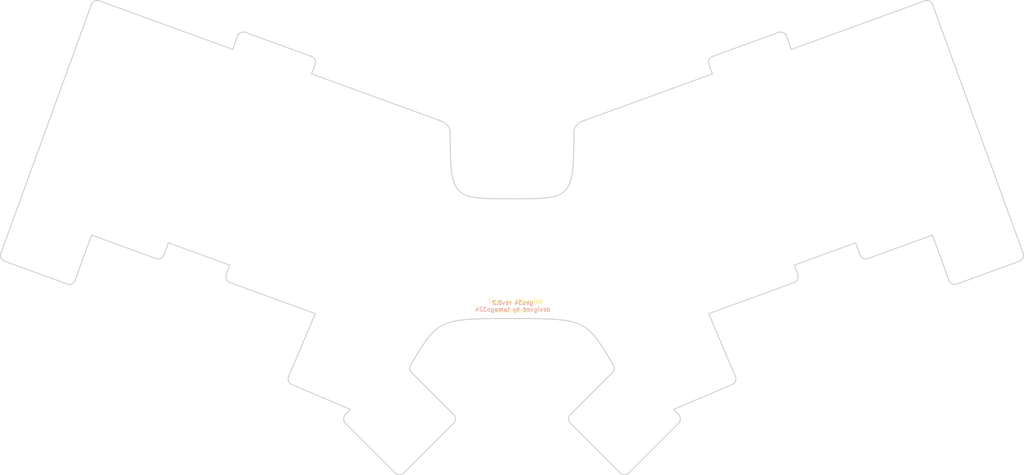
<source format=kicad_pcb>
(kicad_pcb (version 20211014) (generator pcbnew)
  (layers (0 "F.Cu" signal) (31 "B.Cu" signal) (34 "B.Paste" user) (35 "F.Paste" user) (36 "B.SilkS" user "B.Silkscreen") (37 "F.SilkS" user "F.Silkscreen") (38 "B.Mask" user) (39 "F.Mask" user) (44 "Edge.Cuts" user))
  (net 0 "")
  (footprint "gku34:SW_Choc" (layer "F.Cu") (at 199.476843 36.727593 20)
    (fp_text reference "SW8" hide)
    (fp_text value "SW_PUSH" hide)
    (pad "" np_thru_hole circle (at 0 5.9 290) (size 2.4 2.4) (drill 2.4) (layers F&B.Cu *.Mask))
    (pad "" np_thru_hole circle (at 5.5 0 200) (size 1.7 1.7) (drill 1.7) (layers F&B.Cu *.Mask))
    (pad "" np_thru_hole oval (at 0 -4.318 200) (size 5.7 2.4) (drill oval 5.7 2.4) (layers F&B.Cu *.Mask))
    (pad "" np_thru_hole circle (at -5.5 0 200) (size 1.7 1.7) (drill 1.7) (layers F&B.Cu *.Mask))
    (pad "" np_thru_hole circle (at 0 0 200) (size 3.4 3.4) (drill 3.4) (layers F&B.Cu *.Mask))
    (pad "" np_thru_hole circle (at -5 3.8 200) (size 2.4 2.4) (drill 2.4) (layers F&B.Cu *.Mask))
  )
  (footprint "gku34:SW_Choc" (layer "F.Cu") (at 67.26 68.69 -20)
    (fp_text reference "SW23" hide)
    (fp_text value "SW_PUSH" hide)
    (pad "" np_thru_hole circle (at 5.5 0 160) (size 1.7 1.7) (drill 1.7) (layers F&B.Cu *.Mask))
    (pad "" np_thru_hole oval (at 0 -4.318 160) (size 5.7 2.4) (drill oval 5.7 2.4) (layers F&B.Cu *.Mask))
    (pad "" np_thru_hole circle (at -5 3.8 160) (size 2.4 2.4) (drill 2.4) (layers F&B.Cu *.Mask))
    (pad "" np_thru_hole circle (at 0 0 160) (size 3.4 3.4) (drill 3.4) (layers F&B.Cu *.Mask))
    (pad "" np_thru_hole circle (at 0 5.9 250) (size 2.4 2.4) (drill 2.4) (layers F&B.Cu *.Mask))
    (pad "" np_thru_hole circle (at -5.5 0 160) (size 1.7 1.7) (drill 1.7) (layers F&B.Cu *.Mask))
  )
  (footprint "gku34:RP2040-Zero" (layer "F.Cu") (at 129.345 89.105)
    (fp_text reference "RZ1" hide)
    (fp_text value "RP2040-Zero" hide)
    (pad "" np_thru_hole circle (at 17.78 -5.08) (size 1.2192 1.2192) (drill 1.2192) (layers F&B.Cu *.Mask))
    (pad "" np_thru_hole circle (at 17.78 -7.62) (size 1.2192 1.2192) (drill 1.2192) (layers F&B.Cu *.Mask))
    (pad "" np_thru_hole circle (at 2.54 -22.86) (size 1.2192 1.2192) (drill 1.2192) (layers F&B.Cu *.Mask))
    (pad "" np_thru_hole circle (at 15.24 -2.3368) (size 1.2192 1.2192) (drill 1.2192) (layers F&B.Cu *.Mask))
    (pad "" np_thru_hole circle (at 5.08 -2.3368) (size 1.2192 1.2192) (drill 1.2192) (layers F&B.Cu *.Mask))
    (pad "" np_thru_hole circle (at 17.78 -12.7) (size 1.2192 1.2192) (drill 1.2192) (layers F&B.Cu *.Mask))
    (pad "" np_thru_hole circle (at 17.78 -2.54) (size 1.2192 1.2192) (drill 1.2192) (layers F&B.Cu *.Mask))
    (pad "" np_thru_hole circle (at 2.54 -20.32) (size 1.2192 1.2192) (drill 1.2192) (layers F&B.Cu *.Mask))
    (pad "" np_thru_hole circle (at 10.16 -2.3368) (size 1.2192 1.2192) (drill 1.2192) (layers F&B.Cu *.Mask))
    (pad "" np_thru_hole circle (at 17.78 -20.32) (size 1.2192 1.2192) (drill 1.2192) (layers F&B.Cu *.Mask))
    (pad "" np_thru_hole circle (at 2.54 -5.08) (size 1.2192 1.2192) (drill 1.2192) (layers F&B.Cu *.Mask))
    (pad "" np_thru_hole circle (at 2.54 -17.78) (size 1.2192 1.2192) (drill 1.2192) (layers F&B.Cu *.Mask))
    (pad "" np_thru_hole circle (at 2.54 -12.7) (size 1.2192 1.2192) (drill 1.2192) (layers F&B.Cu *.Mask))
    (pad "" np_thru_hole circle (at 17.78 -15.24) (size 1.2192 1.2192) (drill 1.2192) (layers F&B.Cu *.Mask))
    (pad "" np_thru_hole circle (at 2.54 -2.54) (size 1.223426 1.223426) (drill 1.223426) (layers F&B.Cu *.Mask))
    (pad "" np_thru_hole circle (at 17.78 -10.16) (size 1.2192 1.2192) (drill 1.2192) (layers F&B.Cu *.Mask))
    (pad "" np_thru_hole circle (at 7.62 -2.3368) (size 1.2192 1.2192) (drill 1.2192) (layers F&B.Cu *.Mask))
    (pad "" np_thru_hole circle (at 2.54 -15.24) (size 1.2192 1.2192) (drill 1.2192) (layers F&B.Cu *.Mask))
    (pad "" np_thru_hole circle (at 2.54 -10.16) (size 1.2192 1.2192) (drill 1.2192) (layers F&B.Cu *.Mask))
    (pad "" np_thru_hole circle (at 17.78 -17.78) (size 1.2192 1.2192) (drill 1.2192) (layers F&B.Cu *.Mask))
    (pad "" np_thru_hole circle (at 2.54 -7.62) (size 1.223426 1.223426) (drill 1.223426) (layers F&B.Cu *.Mask))
    (pad "" np_thru_hole circle (at 12.7 -2.3368) (size 1.2192 1.2192) (drill 1.2192) (layers F&B.Cu *.Mask))
    (pad "" np_thru_hole circle (at 17.78 -22.86) (size 1.2192 1.2192) (drill 1.2192) (layers F&B.Cu *.Mask))
  )
  (footprint "gku34:SW_Choc" (layer "F.Cu") (at 73.42 52.69 -20)
    (fp_text reference "SW13" hide)
    (fp_text value "SW_PUSH" hide)
    (pad "" np_thru_hole circle (at -5 3.8 160) (size 2.4 2.4) (drill 2.4) (layers F&B.Cu *.Mask))
    (pad "" np_thru_hole circle (at -5.5 0 160) (size 1.7 1.7) (drill 1.7) (layers F&B.Cu *.Mask))
    (pad "" np_thru_hole circle (at 5.5 0 160) (size 1.7 1.7) (drill 1.7) (layers F&B.Cu *.Mask))
    (pad "" np_thru_hole circle (at 0 5.9 250) (size 2.4 2.4) (drill 2.4) (layers F&B.Cu *.Mask))
    (pad "" np_thru_hole circle (at 0 0 160) (size 3.4 3.4) (drill 3.4) (layers F&B.Cu *.Mask))
    (pad "" np_thru_hole oval (at 0 -4.318 160) (size 5.7 2.4) (drill oval 5.7 2.4) (layers F&B.Cu *.Mask))
  )
  (footprint "gku34:SW_Choc" (layer "F.Cu") (at 111.56 53.15 -20)
    (fp_text reference "SW5" hide)
    (fp_text value "SW_PUSH" hide)
    (pad "" np_thru_hole circle (at 0 0 160) (size 3.4 3.4) (drill 3.4) (layers F&B.Cu *.Mask))
    (pad "" np_thru_hole circle (at 0 5.9 250) (size 2.4 2.4) (drill 2.4) (layers F&B.Cu *.Mask))
    (pad "" np_thru_hole circle (at -5 3.8 160) (size 2.4 2.4) (drill 2.4) (layers F&B.Cu *.Mask))
    (pad "" np_thru_hole circle (at 5.5 0 160) (size 1.7 1.7) (drill 1.7) (layers F&B.Cu *.Mask))
    (pad "" np_thru_hole oval (at 0 -4.318 160) (size 5.7 2.4) (drill oval 5.7 2.4) (layers F&B.Cu *.Mask))
    (pad "" np_thru_hole circle (at -5.5 0 160) (size 1.7 1.7) (drill 1.7) (layers F&B.Cu *.Mask))
  )
  (footprint "gku34:SW_Choc" (layer "F.Cu") (at 217.94 34.9 20)
    (fp_text reference "SW9" hide)
    (fp_text value "SW_PUSH" hide)
    (pad "" np_thru_hole circle (at 5.5 0 200) (size 1.7 1.7) (drill 1.7) (layers F&B.Cu *.Mask))
    (pad "" np_thru_hole circle (at 0 5.9 290) (size 2.4 2.4) (drill 2.4) (layers F&B.Cu *.Mask))
    (pad "" np_thru_hole oval (at 0 -4.318 200) (size 5.7 2.4) (drill oval 5.7 2.4) (layers F&B.Cu *.Mask))
    (pad "" np_thru_hole circle (at 0 0 200) (size 3.4 3.4) (drill 3.4) (layers F&B.Cu *.Mask))
    (pad "" np_thru_hole circle (at -5 3.8 200) (size 2.4 2.4) (drill 2.4) (layers F&B.Cu *.Mask))
    (pad "" np_thru_hole circle (at -5.5 0 200) (size 1.7 1.7) (drill 1.7) (layers F&B.Cu *.Mask))
  )
  (footprint "gku34:SW_Choc" (layer "F.Cu") (at 48.81 66.86 -20)
    (fp_text reference "SW22" hide)
    (fp_text value "SW_PUSH" hide)
    (pad "" np_thru_hole circle (at -5.5 0 160) (size 1.7 1.7) (drill 1.7) (layers F&B.Cu *.Mask))
    (pad "" np_thru_hole circle (at 0 5.9 250) (size 2.4 2.4) (drill 2.4) (layers F&B.Cu *.Mask))
    (pad "" np_thru_hole oval (at 0 -4.318 160) (size 5.7 2.4) (drill oval 5.7 2.4) (layers F&B.Cu *.Mask))
    (pad "" np_thru_hole circle (at -5 3.8 160) (size 2.4 2.4) (drill 2.4) (layers F&B.Cu *.Mask))
    (pad "" np_thru_hole circle (at 0 0 160) (size 3.4 3.4) (drill 3.4) (layers F&B.Cu *.Mask))
    (pad "" np_thru_hole circle (at 5.5 0 160) (size 1.7 1.7) (drill 1.7) (layers F&B.Cu *.Mask))
  )
  (footprint "gku34:SW_Choc" (layer "F.Cu") (at 105.42 69.14 -20)
    (fp_text reference "SW15" hide)
    (fp_text value "SW_PUSH" hide)
    (pad "" np_thru_hole circle (at 5.5 0 160) (size 1.7 1.7) (drill 1.7) (layers F&B.Cu *.Mask))
    (pad "" np_thru_hole circle (at -5.5 0 160) (size 1.7 1.7) (drill 1.7) (layers F&B.Cu *.Mask))
    (pad "" np_thru_hole circle (at -5 3.8 160) (size 2.4 2.4) (drill 2.4) (layers F&B.Cu *.Mask))
    (pad "" np_thru_hole circle (at 0 5.9 250) (size 2.4 2.4) (drill 2.4) (layers F&B.Cu *.Mask))
    (pad "" np_thru_hole oval (at 0 -4.318 160) (size 5.7 2.4) (drill oval 5.7 2.4) (layers F&B.Cu *.Mask))
    (pad "" np_thru_hole circle (at 0 0 160) (size 3.4 3.4) (drill 3.4) (layers F&B.Cu *.Mask))
  )
  (footprint "gku34:SW_Choc" (layer "F.Cu") (at 234.85 29.08 20)
    (fp_text reference "SWe" hide)
    (fp_text value "SW_PUSH" hide)
    (pad "" np_thru_hole circle (at -5.5 0 200) (size 1.7 1.7) (drill 1.7) (layers F&B.Cu *.Mask))
    (pad "" np_thru_hole oval (at 0 -4.318 200) (size 5.7 2.4) (drill oval 5.7 2.4) (layers F&B.Cu *.Mask))
    (pad "" np_thru_hole circle (at 5.5 0 200) (size 1.7 1.7) (drill 1.7) (layers F&B.Cu *.Mask))
    (pad "" np_thru_hole circle (at 0 5.9 290) (size 2.4 2.4) (drill 2.4) (layers F&B.Cu *.Mask))
    (pad "" np_thru_hole circle (at 0 0 200) (size 3.4 3.4) (drill 3.4) (layers F&B.Cu *.Mask))
    (pad "" np_thru_hole circle (at -5 3.8 200) (size 2.4 2.4) (drill 2.4) (layers F&B.Cu *.Mask))
  )
  (footprint "gku34:SW_Choc" (layer "F.Cu") (at 61.113157 34.897593 -20)
    (fp_text reference "SW2" hide)
    (fp_text value "SW_PUSH" hide)
    (pad "" np_thru_hole oval (at 0 -4.318 160) (size 5.7 2.4) (drill oval 5.7 2.4) (layers F&B.Cu *.Mask))
    (pad "" np_thru_hole circle (at -5.5 0 160) (size 1.7 1.7) (drill 1.7) (layers F&B.Cu *.Mask))
    (pad "" np_thru_hole circle (at 5.5 0 160) (size 1.7 1.7) (drill 1.7) (layers F&B.Cu *.Mask))
    (pad "" np_thru_hole circle (at 0 0 160) (size 3.4 3.4) (drill 3.4) (layers F&B.Cu *.Mask))
    (pad "" np_thru_hole circle (at -5 3.8 160) (size 2.4 2.4) (drill 2.4) (layers F&B.Cu *.Mask))
    (pad "" np_thru_hole circle (at 0 5.9 250) (size 2.4 2.4) (drill 2.4) (layers F&B.Cu *.Mask))
  )
  (footprint "gku34:SW_Choc" (layer "F.Cu") (at 166.75 117.97 45)
    (fp_text reference "SW33" hide)
    (fp_text value "SW_PUSH" hide)
    (pad "" np_thru_hole circle (at 0 0 225) (size 3.4 3.4) (drill 3.4) (layers F&B.Cu *.Mask))
    (pad "" np_thru_hole circle (at 5.5 0 225) (size 1.7 1.7) (drill 1.7) (layers F&B.Cu *.Mask))
    (pad "" np_thru_hole circle (at -5.5 0 225) (size 1.7 1.7) (drill 1.7) (layers F&B.Cu *.Mask))
    (pad "" np_thru_hole circle (at 0 5.9 315) (size 2.4 2.4) (drill 2.4) (layers F&B.Cu *.Mask))
    (pad "" np_thru_hole circle (at -5 3.8 225) (size 2.4 2.4) (drill 2.4) (layers F&B.Cu *.Mask))
    (pad "" np_thru_hole oval (at 0 -4.318 225) (size 5.7 2.4) (drill oval 5.7 2.4) (layers F&B.Cu *.Mask))
  )
  (footprint "gku34:SW_Choc" (layer "F.Cu") (at 196.41 78.48 20)
    (fp_text reference "SW27" hide)
    (fp_text value "SW_PUSH" hide)
    (pad "" np_thru_hole circle (at 5.5 0 200) (size 1.7 1.7) (drill 1.7) (layers F&B.Cu *.Mask))
    (pad "" np_thru_hole circle (at 0 5.9 290) (size 2.4 2.4) (drill 2.4) (layers F&B.Cu *.Mask))
    (pad "" np_thru_hole circle (at -5.5 0 200) (size 1.7 1.7) (drill 1.7) (layers F&B.Cu *.Mask))
    (pad "" np_thru_hole oval (at 0 -4.318 200) (size 5.7 2.4) (drill oval 5.7 2.4) (layers F&B.Cu *.Mask))
    (pad "" np_thru_hole circle (at 0 0 200) (size 3.4 3.4) (drill 3.4) (layers F&B.Cu *.Mask))
    (pad "" np_thru_hole circle (at -5 3.8 200) (size 2.4 2.4) (drill 2.4) (layers F&B.Cu *.Mask))
  )
  (footprint "gku34:SW_Choc" (layer "F.Cu") (at 251.786843 73.027593 20)
    (fp_text reference "SW30" hide)
    (fp_text value "SW_PUSH" hide)
    (pad "" np_thru_hole oval (at 0 -4.318 200) (size 5.7 2.4) (drill oval 5.7 2.4) (layers F&B.Cu *.Mask))
    (pad "" np_thru_hole circle (at -5 3.8 200) (size 2.4 2.4) (drill 2.4) (layers F&B.Cu *.Mask))
    (pad "" np_thru_hole circle (at 0 5.9 290) (size 2.4 2.4) (drill 2.4) (layers F&B.Cu *.Mask))
    (pad "" np_thru_hole circle (at 5.5 0 200) (size 1.7 1.7) (drill 1.7) (layers F&B.Cu *.Mask))
    (pad "" np_thru_hole circle (at 0 0 200) (size 3.4 3.4) (drill 3.4) (layers F&B.Cu *.Mask))
    (pad "" np_thru_hole circle (at -5.5 0 200) (size 1.7 1.7) (drill 1.7) (layers F&B.Cu *.Mask))
  )
  (footprint "gku34:SW_Choc" (layer "F.Cu") (at 230.25 66.86 20)
    (fp_text reference "SW29" hide)
    (fp_text value "SW_PUSH" hide)
    (pad "" np_thru_hole oval (at 0 -4.318 200) (size 5.7 2.4) (drill oval 5.7 2.4) (layers F&B.Cu *.Mask))
    (pad "" np_thru_hole circle (at 0 0 200) (size 3.4 3.4) (drill 3.4) (layers F&B.Cu *.Mask))
    (pad "" np_thru_hole circle (at -5 3.8 200) (size 2.4 2.4) (drill 2.4) (layers F&B.Cu *.Mask))
    (pad "" np_thru_hole circle (at 5.5 0 200) (size 1.7 1.7) (drill 1.7) (layers F&B.Cu *.Mask))
    (pad "" np_thru_hole circle (at -5.5 0 200) (size 1.7 1.7) (drill 1.7) (layers F&B.Cu *.Mask))
    (pad "" np_thru_hole circle (at 0 5.9 290) (size 2.4 2.4) (drill 2.4) (layers F&B.Cu *.Mask))
  )
  (footprint "gku34:SW_Choc" (layer "F.Cu") (at 82.63 78.5 -20)
    (fp_text reference "SW24" hide)
    (fp_text value "SW_PUSH" hide)
    (pad "" np_thru_hole circle (at 0 0 160) (size 3.4 3.4) (drill 3.4) (layers F&B.Cu *.Mask))
    (pad "" np_thru_hole circle (at -5 3.8 160) (size 2.4 2.4) (drill 2.4) (layers F&B.Cu *.Mask))
    (pad "" np_thru_hole circle (at 5.5 0 160) (size 1.7 1.7) (drill 1.7) (layers F&B.Cu *.Mask))
    (pad "" np_thru_hole circle (at -5.5 0 160) (size 1.7 1.7) (drill 1.7) (layers F&B.Cu *.Mask))
    (pad "" np_thru_hole oval (at 0 -4.318 160) (size 5.7 2.4) (drill oval 5.7 2.4) (layers F&B.Cu *.Mask))
    (pad "" np_thru_hole circle (at 0 5.9 250) (size 2.4 2.4) (drill 2.4) (layers F&B.Cu *.Mask))
  )
  (footprint "gku34:SW_Choc" (layer "F.Cu") (at 205.641691 52.701111 20)
    (fp_text reference "SW18" hide)
    (fp_text value "SW_PUSH" hide)
    (pad "" np_thru_hole circle (at -5 3.8 200) (size 2.4 2.4) (drill 2.4) (layers F&B.Cu *.Mask))
    (pad "" np_thru_hole circle (at 0 0 200) (size 3.4 3.4) (drill 3.4) (layers F&B.Cu *.Mask))
    (pad "" np_thru_hole circle (at 0 5.9 290) (size 2.4 2.4) (drill 2.4) (layers F&B.Cu *.Mask))
    (pad "" np_thru_hole circle (at -5.5 0 200) (size 1.7 1.7) (drill 1.7) (layers F&B.Cu *.Mask))
    (pad "" np_thru_hole circle (at 5.5 0 200) (size 1.7 1.7) (drill 1.7) (layers F&B.Cu *.Mask))
    (pad "" np_thru_hole oval (at 0 -4.318 200) (size 5.7 2.4) (drill oval 5.7 2.4) (layers F&B.Cu *.Mask))
  )
  (footprint "gku34:SW_Choc" (layer "F.Cu") (at 54.98 50.87 -20)
    (fp_text reference "SW12" hide)
    (fp_text value "SW_PUSH" hide)
    (pad "" np_thru_hole circle (at 0 5.9 250) (size 2.4 2.4) (drill 2.4) (layers F&B.Cu *.Mask))
    (pad "" np_thru_hole circle (at 5.5 0 160) (size 1.7 1.7) (drill 1.7) (layers F&B.Cu *.Mask))
    (pad "" np_thru_hole oval (at 0 -4.318 160) (size 5.7 2.4) (drill oval 5.7 2.4) (layers F&B.Cu *.Mask))
    (pad "" np_thru_hole circle (at -5 3.8 160) (size 2.4 2.4) (drill 2.4) (layers F&B.Cu *.Mask))
    (pad "" np_thru_hole circle (at -5.5 0 160) (size 1.7 1.7) (drill 1.7) (layers F&B.Cu *.Mask))
    (pad "" np_thru_hole circle (at 0 0 160) (size 3.4 3.4) (drill 3.4) (layers F&B.Cu *.Mask))
  )
  (footprint "gku34:SW_Choc" (layer "F.Cu") (at 184.116843 46.537593 20)
    (fp_text reference "SW7" hide)
    (fp_text value "SW_PUSH" hide)
    (pad "" np_thru_hole circle (at 0 0 200) (size 3.4 3.4) (drill 3.4) (layers F&B.Cu *.Mask))
    (pad "" np_thru_hole circle (at 5.5 0 200) (size 1.7 1.7) (drill 1.7) (layers F&B.Cu *.Mask))
    (pad "" np_thru_hole circle (at -5 3.8 200) (size 2.4 2.4) (drill 2.4) (layers F&B.Cu *.Mask))
    (pad "" np_thru_hole circle (at 0 5.9 290) (size 2.4 2.4) (drill 2.4) (layers F&B.Cu *.Mask))
    (pad "" np_thru_hole oval (at 0 -4.318 200) (size 5.7 2.4) (drill oval 5.7 2.4) (layers F&B.Cu *.Mask))
    (pad "" np_thru_hole circle (at -5.5 0 200) (size 1.7 1.7) (drill 1.7) (layers F&B.Cu *.Mask))
  )
  (footprint "gku34:SW_Choc" (layer "F.Cu") (at 27.28 73.03 -20)
    (fp_text reference "SW21" hide)
    (fp_text value "SW_PUSH" hide)
    (pad "" np_thru_hole circle (at 0 5.9 250) (size 2.4 2.4) (drill 2.4) (layers F&B.Cu *.Mask))
    (pad "" np_thru_hole circle (at -5 3.8 160) (size 2.4 2.4) (drill 2.4) (layers F&B.Cu *.Mask))
    (pad "" np_thru_hole circle (at 0 0 160) (size 3.4 3.4) (drill 3.4) (layers F&B.Cu *.Mask))
    (pad "" np_thru_hole circle (at 5.5 0 160) (size 1.7 1.7) (drill 1.7) (layers F&B.Cu *.Mask))
    (pad "" np_thru_hole circle (at -5.5 0 160) (size 1.7 1.7) (drill 1.7) (layers F&B.Cu *.Mask))
    (pad "" np_thru_hole oval (at 0 -4.318 160) (size 5.7 2.4) (drill oval 5.7 2.4) (layers F&B.Cu *.Mask))
  )
  (footprint "gku34:SW_Choc" (layer "F.Cu") (at 211.81 68.67 20)
    (fp_text reference "SW28" hide)
    (fp_text value "SW_PUSH" hide)
    (pad "" np_thru_hole circle (at 5.5 0 200) (size 1.7 1.7) (drill 1.7) (layers F&B.Cu *.Mask))
    (pad "" np_thru_hole circle (at -5 3.8 200) (size 2.4 2.4) (drill 2.4) (layers F&B.Cu *.Mask))
    (pad "" np_thru_hole circle (at -5.5 0 200) (size 1.7 1.7) (drill 1.7) (layers F&B.Cu *.Mask))
    (pad "" np_thru_hole oval (at 0 -4.318 200) (size 5.7 2.4) (drill oval 5.7 2.4) (layers F&B.Cu *.Mask))
    (pad "" np_thru_hole circle (at 0 5.9 290) (size 2.4 2.4) (drill 2.4) (layers F&B.Cu *.Mask))
    (pad "" np_thru_hole circle (at 0 0 200) (size 3.4 3.4) (drill 3.4) (layers F&B.Cu *.Mask))
  )
  (footprint "gku34:SW_Choc" (layer "F.Cu") (at 99.243157 85.097593 -20)
    (fp_text reference "SW25" hide)
    (fp_text value "SW_PUSH" hide)
    (pad "" np_thru_hole circle (at -5 3.8 160) (size 2.4 2.4) (drill 2.4) (layers F&B.Cu *.Mask))
    (pad "" np_thru_hole circle (at -5.5 0 160) (size 1.7 1.7) (drill 1.7) (layers F&B.Cu *.Mask))
    (pad "" np_thru_hole circle (at 0 5.9 250) (size 2.4 2.4) (drill 2.4) (layers F&B.Cu *.Mask))
    (pad "" np_thru_hole oval (at 0 -4.318 160) (size 5.7 2.4) (drill oval 5.7 2.4) (layers F&B.Cu *.Mask))
    (pad "" np_thru_hole circle (at 5.5 0 160) (size 1.7 1.7) (drill 1.7) (layers F&B.Cu *.Mask))
    (pad "" np_thru_hole circle (at 0 0 160) (size 3.4 3.4) (drill 3.4) (layers F&B.Cu *.Mask))
  )
  (footprint "gku34:SW_Choc" (layer "F.Cu") (at 173.656843 69.127593 20)
    (fp_text reference "SW16" hide)
    (fp_text value "SW_PUSH" hide)
    (pad "" np_thru_hole circle (at 0 0 200) (size 3.4 3.4) (drill 3.4) (layers F&B.Cu *.Mask))
    (pad "" np_thru_hole oval (at 0 -4.318 200) (size 5.7 2.4) (drill oval 5.7 2.4) (layers F&B.Cu *.Mask))
    (pad "" np_thru_hole circle (at -5 3.8 200) (size 2.4 2.4) (drill 2.4) (layers F&B.Cu *.Mask))
    (pad "" np_thru_hole circle (at -5.5 0 200) (size 1.7 1.7) (drill 1.7) (layers F&B.Cu *.Mask))
    (pad "" np_thru_hole circle (at 5.5 0 200) (size 1.7 1.7) (drill 1.7) (layers F&B.Cu *.Mask))
    (pad "" np_thru_hole circle (at 0 5.9 290) (size 2.4 2.4) (drill 2.4) (layers F&B.Cu *.Mask))
  )
  (footprint "gku34:SW_Choc" (layer "F.Cu") (at 112.31 117.97 -45)
    (fp_text reference "SW32" hide)
    (fp_text value "SW_PUSH" hide)
    (pad "" np_thru_hole oval (at 0 -4.318 135) (size 5.7 2.4) (drill oval 5.7 2.4) (layers F&B.Cu *.Mask))
    (pad "" np_thru_hole circle (at -5 3.8 135) (size 2.4 2.4) (drill 2.4) (layers F&B.Cu *.Mask))
    (pad "" np_thru_hole circle (at 5.5 0 135) (size 1.7 1.7) (drill 1.7) (layers F&B.Cu *.Mask))
    (pad "" np_thru_hole circle (at 0 0 135) (size 3.4 3.4) (drill 3.4) (layers F&B.Cu *.Mask))
    (pad "" np_thru_hole circle (at -5.5 0 135) (size 1.7 1.7) (drill 1.7) (layers F&B.Cu *.Mask))
    (pad "" np_thru_hole circle (at 0 5.9 225) (size 2.4 2.4) (drill 2.4) (layers F&B.Cu *.Mask))
  )
  (footprint "gku34:SW_Choc" (layer "F.Cu") (at 97.98474 103.777177 -23)
    (fp_text reference "SW31" hide)
    (fp_text value "SW_PUSH" hide)
    (pad "" np_thru_hole circle (at 0 5.9 247) (size 2.4 2.4) (drill 2.4) (layers F&B.Cu *.Mask))
    (pad "" np_thru_hole circle (at -5 3.8 157) (size 2.4 2.4) (drill 2.4) (layers F&B.Cu *.Mask))
    (pad "" np_thru_hole circle (at 5.5 0 157) (size 1.7 1.7) (drill 1.7) (layers F&B.Cu *.Mask))
    (pad "" np_thru_hole circle (at 0 0 157) (size 3.4 3.4) (drill 3.4) (layers F&B.Cu *.Mask))
    (pad "" np_thru_hole oval (at 0 -4.318 157) (size 5.7 2.4) (drill oval 5.7 2.4) (layers F&B.Cu *.Mask))
    (pad "" np_thru_hole circle (at -5.5 0 157) (size 1.7 1.7) (drill 1.7) (layers F&B.Cu *.Mask))
  )
  (footprint "gku34:SW_Choc" (layer "F.Cu") (at 167.496843 53.157593 20)
    (fp_text reference "SW6" hide)
    (fp_text value "SW_PUSH" hide)
    (pad "" np_thru_hole circle (at -5.5 0 200) (size 1.7 1.7) (drill 1.7) (layers F&B.Cu *.Mask))
    (pad "" np_thru_hole circle (at 0 0 200) (size 3.4 3.4) (drill 3.4) (layers F&B.Cu *.Mask))
    (pad "" np_thru_hole circle (at -5 3.8 200) (size 2.4 2.4) (drill 2.4) (layers F&B.Cu *.Mask))
    (pad "" np_thru_hole oval (at 0 -4.318 200) (size 5.7 2.4) (drill oval 5.7 2.4) (layers F&B.Cu *.Mask))
    (pad "" np_thru_hole circle (at 5.5 0 200) (size 1.7 1.7) (drill 1.7) (layers F&B.Cu *.Mask))
    (pad "" np_thru_hole circle (at 0 5.9 290) (size 2.4 2.4) (drill 2.4) (layers F&B.Cu *.Mask))
  )
  (footprint "gku34:SW_Choc" (layer "F.Cu") (at 88.79 62.52 -20)
    (fp_text reference "SW14" hide)
    (fp_text value "SW_PUSH" hide)
    (pad "" np_thru_hole circle (at 0 0 160) (size 3.4 3.4) (drill 3.4) (layers F&B.Cu *.Mask))
    (pad "" np_thru_hole circle (at -5.5 0 160) (size 1.7 1.7) (drill 1.7) (layers F&B.Cu *.Mask))
    (pad "" np_thru_hole oval (at 0 -4.318 160) (size 5.7 2.4) (drill oval 5.7 2.4) (layers F&B.Cu *.Mask))
    (pad "" np_thru_hole circle (at 5.5 0 160) (size 1.7 1.7) (drill 1.7) (layers F&B.Cu *.Mask))
    (pad "" np_thru_hole circle (at -5 3.8 160) (size 2.4 2.4) (drill 2.4) (layers F&B.Cu *.Mask))
    (pad "" np_thru_hole circle (at 0 5.9 250) (size 2.4 2.4) (drill 2.4) (layers F&B.Cu *.Mask))
  )
  (footprint "gku34:SW_Choc" (layer "F.Cu") (at 224.096843 50.887593 20)
    (fp_text reference "SW19" hide)
    (fp_text value "SW_PUSH" hide)
    (pad "" np_thru_hole circle (at 5.5 0 200) (size 1.7 1.7) (drill 1.7) (layers F&B.Cu *.Mask))
    (pad "" np_thru_hole circle (at -5 3.8 200) (size 2.4 2.4) (drill 2.4) (layers F&B.Cu *.Mask))
    (pad "" np_thru_hole circle (at 0 0 200) (size 3.4 3.4) (drill 3.4) (layers F&B.Cu *.Mask))
    (pad "" np_thru_hole circle (at 0 5.9 290) (size 2.4 2.4) (drill 2.4) (layers F&B.Cu *.Mask))
    (pad "" np_thru_hole circle (at -5.5 0 200) (size 1.7 1.7) (drill 1.7) (layers F&B.Cu *.Mask))
    (pad "" np_thru_hole oval (at 0 -4.318 200) (size 5.7 2.4) (drill oval 5.7 2.4) (layers F&B.Cu *.Mask))
  )
  (footprint "gku34:SW_Choc" (layer "F.Cu") (at 181.08 103.77 23)
    (fp_text reference "SW34" hide)
    (fp_text value "SW_PUSH" hide)
    (pad "" np_thru_hole circle (at -5.5 0 203) (size 1.7 1.7) (drill 1.7) (layers F&B.Cu *.Mask))
    (pad "" np_thru_hole circle (at 0 0 203) (size 3.4 3.4) (drill 3.4) (layers F&B.Cu *.Mask))
    (pad "" np_thru_hole circle (at 5.5 0 203) (size 1.7 1.7) (drill 1.7) (layers F&B.Cu *.Mask))
    (pad "" np_thru_hole oval (at 0 -4.318 203) (size 5.7 2.4) (drill oval 5.7 2.4) (layers F&B.Cu *.Mask))
    (pad "" np_thru_hole circle (at -5 3.8 203) (size 2.4 2.4) (drill 2.4) (layers F&B.Cu *.Mask))
    (pad "" np_thru_hole circle (at 0 5.9 293) (size 2.4 2.4) (drill 2.4) (layers F&B.Cu *.Mask))
  )
  (footprint "gku34:SW_Choc" (layer "F.Cu") (at 44.19 29.08 -20)
    (fp_text reference "SW1" hide)
    (fp_text value "SW_PUSH" hide)
    (pad "" np_thru_hole circle (at 5.5 0 160) (size 1.7 1.7) (drill 1.7) (layers F&B.Cu *.Mask))
    (pad "" np_thru_hole circle (at 0 5.9 250) (size 2.4 2.4) (drill 2.4) (layers F&B.Cu *.Mask))
    (pad "" np_thru_hole oval (at 0 -4.318 160) (size 5.7 2.4) (drill oval 5.7 2.4) (layers F&B.Cu *.Mask))
    (pad "" np_thru_hole circle (at -5 3.8 160) (size 2.4 2.4) (drill 2.4) (layers F&B.Cu *.Mask))
    (pad "" np_thru_hole circle (at -5.5 0 160) (size 1.7 1.7) (drill 1.7) (layers F&B.Cu *.Mask))
    (pad "" np_thru_hole circle (at 0 0 160) (size 3.4 3.4) (drill 3.4) (layers F&B.Cu *.Mask))
  )
  (footprint "gku34:SW_Choc" (layer "F.Cu") (at 190.27 62.51 20)
    (fp_text reference "SW17" hide)
    (fp_text value "SW_PUSH" hide)
    (pad "" np_thru_hole oval (at 0 -4.318 200) (size 5.7 2.4) (drill oval 5.7 2.4) (layers F&B.Cu *.Mask))
    (pad "" np_thru_hole circle (at 0 0 200) (size 3.4 3.4) (drill 3.4) (layers F&B.Cu *.Mask))
    (pad "" np_thru_hole circle (at -5 3.8 200) (size 2.4 2.4) (drill 2.4) (layers F&B.Cu *.Mask))
    (pad "" np_thru_hole circle (at 5.5 0 200) (size 1.7 1.7) (drill 1.7) (layers F&B.Cu *.Mask))
    (pad "" np_thru_hole circle (at 0 5.9 290) (size 2.4 2.4) (drill 2.4) (layers F&B.Cu *.Mask))
    (pad "" np_thru_hole circle (at -5.5 0 200) (size 1.7 1.7) (drill 1.7) (layers F&B.Cu *.Mask))
  )
  (footprint "gku34:SW_Choc" (layer "F.Cu") (at 79.59 36.74 -20)
    (fp_text reference "SW3" hide)
    (fp_text value "SW_PUSH" hide)
    (pad "" np_thru_hole oval (at 0 -4.318 160) (size 5.7 2.4) (drill oval 5.7 2.4) (layers F&B.Cu *.Mask))
    (pad "" np_thru_hole circle (at 0 0 160) (size 3.4 3.4) (drill 3.4) (layers F&B.Cu *.Mask))
    (pad "" np_thru_hole circle (at -5.5 0 160) (size 1.7 1.7) (drill 1.7) (layers F&B.Cu *.Mask))
    (pad "" np_thru_hole circle (at 5.5 0 160) (size 1.7 1.7) (drill 1.7) (layers F&B.Cu *.Mask))
    (pad "" np_thru_hole circle (at 0 5.9 250) (size 2.4 2.4) (drill 2.4) (layers F&B.Cu *.Mask))
    (pad "" np_thru_hole circle (at -5 3.8 160) (size 2.4 2.4) (drill 2.4) (layers F&B.Cu *.Mask))
  )
  (footprint "gku34:SW_Choc" (layer "F.Cu") (at 179.816843 85.097593 20)
    (fp_text reference "SW26" hide)
    (fp_text value "SW_PUSH" hide)
    (pad "" np_thru_hole circle (at 5.5 0 200) (size 1.7 1.7) (drill 1.7) (layers F&B.Cu *.Mask))
    (pad "" np_thru_hole circle (at 0 0 200) (size 3.4 3.4) (drill 3.4) (layers F&B.Cu *.Mask))
    (pad "" np_thru_hole circle (at 0 5.9 290) (size 2.4 2.4) (drill 2.4) (layers F&B.Cu *.Mask))
    (pad "" np_thru_hole circle (at -5 3.8 200) (size 2.4 2.4) (drill 2.4) (layers F&B.Cu *.Mask))
    (pad "" np_thru_hole circle (at -5.5 0 200) (size 1.7 1.7) (drill 1.7) (layers F&B.Cu *.Mask))
    (pad "" np_thru_hole oval (at 0 -4.318 200) (size 5.7 2.4) (drill oval 5.7 2.4) (layers F&B.Cu *.Mask))
  )
  (footprint "gku34:SW_Choc" (layer "F.Cu") (at 245.616843 57.037593 20)
    (fp_text reference "SW20" hide)
    (fp_text value "SW_PUSH" hide)
    (pad "" np_thru_hole oval (at 0 -4.318 200) (size 5.7 2.4) (drill oval 5.7 2.4) (layers F&B.Cu *.Mask))
    (pad "" np_thru_hole circle (at -5 3.8 200) (size 2.4 2.4) (drill 2.4) (layers F&B.Cu *.Mask))
    (pad "" np_thru_hole circle (at 0 0 200) (size 3.4 3.4) (drill 3.4) (layers F&B.Cu *.Mask))
    (pad "" np_thru_hole circle (at -5.5 0 200) (size 1.7 1.7) (drill 1.7) (layers F&B.Cu *.Mask))
    (pad "" np_thru_hole circle (at 5.5 0 200) (size 1.7 1.7) (drill 1.7) (layers F&B.Cu *.Mask))
    (pad "" np_thru_hole circle (at 0 5.9 290) (size 2.4 2.4) (drill 2.4) (layers F&B.Cu *.Mask))
  )
  (footprint "gku34:SW_Choc" (layer "F.Cu") (at 94.95 46.53 -20)
    (fp_text reference "SW4" hide)
    (fp_text value "SW_PUSH" hide)
    (pad "" np_thru_hole circle (at -5 3.8 160) (size 2.4 2.4) (drill 2.4) (layers F&B.Cu *.Mask))
    (pad "" np_thru_hole circle (at 0 5.9 250) (size 2.4 2.4) (drill 2.4) (layers F&B.Cu *.Mask))
    (pad "" np_thru_hole circle (at 0 0 160) (size 3.4 3.4) (drill 3.4) (layers F&B.Cu *.Mask))
    (pad "" np_thru_hole oval (at 0 -4.318 160) (size 5.7 2.4) (drill oval 5.7 2.4) (layers F&B.Cu *.Mask))
    (pad "" np_thru_hole circle (at -5.5 0 160) (size 1.7 1.7) (drill 1.7) (layers F&B.Cu *.Mask))
    (pad "" np_thru_hole circle (at 5.5 0 160) (size 1.7 1.7) (drill 1.7) (layers F&B.Cu *.Mask))
  )
  (footprint "gku34:SW_Choc" (layer "F.Cu") (at 33.433157 57.047593 -20)
    (fp_text reference "SW11" hide)
    (fp_text value "SW_PUSH" hide)
    (pad "" np_thru_hole circle (at -5.5 0 160) (size 1.7 1.7) (drill 1.7) (layers F&B.Cu *.Mask))
    (pad "" np_thru_hole circle (at 5.5 0 160) (size 1.7 1.7) (drill 1.7) (layers F&B.Cu *.Mask))
    (pad "" np_thru_hole circle (at 0 5.9 250) (size 2.4 2.4) (drill 2.4) (layers F&B.Cu *.Mask))
    (pad "" np_thru_hole circle (at 0 0 160) (size 3.4 3.4) (drill 3.4) (layers F&B.Cu *.Mask))
    (pad "" np_thru_hole circle (at -5 3.8 160) (size 2.4 2.4) (drill 2.4) (layers F&B.Cu *.Mask))
    (pad "" np_thru_hole oval (at 0 -4.318 160) (size 5.7 2.4) (drill oval 5.7 2.4) (layers F&B.Cu *.Mask))
  )
  (gr_line (start 207.144139 28.536856) (end 205.973735 25.321197) (layer "Edge.Cuts") (width 0.25))
  (gr_arc (start 37.718246 17.686206) (mid 38.493858 16.839774) (end 39.640815 16.789697) (layer "Edge.Cuts") (width 0.25))
  (gr_arc (start 71.231089 84.976126) (mid 70.384657 84.200515) (end 70.33458 83.053557) (layer "Edge.Cuts") (width 0.25))
  (gr_arc (start 187.179883 32.1616) (mid 187.229931 31.014617) (end 188.076391 30.239031) (layer "Edge.Cuts") (width 0.25))
  (gr_line (start 91.880123 32.1616) (end 91.039489 34.471224) (layer "Edge.Cuts") (width 0.25))
  (gr_arc (start 73.086271 25.321197) (mid 73.861883 24.474766) (end 75.00884 24.424689) (layer "Edge.Cuts") (width 0.25))
  (gr_line (start 245.292247 84.432013) (end 241.304591 73.476018) (layer "Edge.Cuts") (width 0.25))
  (gr_line (start 178.615014 115.694381) (end 179.839923 116.91929) (layer "Edge.Cuts") (width 0.25))
  (gr_line (start 37.755415 73.476018) (end 53.376929 79.161784) (layer "Edge.Cuts") (width 0.25))
  (gr_arc (start 86.250176 109.669039) (mid 85.445497 108.850191) (end 85.455516 107.702185) (layer "Edge.Cuts") (width 0.25))
  (gr_arc (start 208.725426 83.053557) (mid 208.675368 84.200531) (end 207.828917 84.976126) (layer "Edge.Cuts") (width 0.25))
  (gr_curve (pts (xy 124.557828 48.76833) (xy 124.574867 64.76499) (xy 125.208614 64.735168) (xy 139.530003 64.670955)) (layer "Edge.Cuts") (width 0.25))
  (gr_line (start 71.175214 80.743933) (end 70.33458 83.053557) (layer "Edge.Cuts") (width 0.25))
  (gr_line (start 125.383034 116.91929) (end 115.239825 106.77608) (layer "Edge.Cuts") (width 0.25))
  (gr_line (start 33.767759 84.432013) (end 37.755415 73.476018) (layer "Edge.Cuts") (width 0.25))
  (gr_arc (start 167.819107 131.061425) (mid 166.758447 131.500765) (end 165.697787 131.061425) (layer "Edge.Cuts") (width 0.25))
  (gr_arc (start 204.051166 24.424689) (mid 205.198126 24.474762) (end 205.973735 25.321197) (layer "Edge.Cuts") (width 0.25))
  (gr_curve (pts (xy 164.055364 104.959912) (xy 157.48209 93.685472) (xy 156.99346 93.67829) (xy 139.530003 93.681048)) (layer "Edge.Cuts") (width 0.25))
  (gr_line (start 15.804438 77.893899) (end 37.718246 17.686206) (layer "Edge.Cuts") (width 0.25))
  (gr_line (start 86.250176 109.669039) (end 100.444992 115.694381) (layer "Edge.Cuts") (width 0.25))
  (gr_arc (start 122.58389 45.952447) (mid 124.014369 47.049487) (end 124.557828 48.76833) (layer "Edge.Cuts") (width 0.25))
  (gr_arc (start 55.299498 78.265275) (mid 54.523886 79.111706) (end 53.376929 79.161784) (layer "Edge.Cuts") (width 0.25))
  (gr_arc (start 247.214816 85.328522) (mid 246.067873 85.278436) (end 245.292247 84.432013) (layer "Edge.Cuts") (width 0.25))
  (gr_arc (start 33.767759 84.432013) (mid 32.992148 85.278445) (end 31.84519 85.328522) (layer "Edge.Cuts") (width 0.25))
  (gr_arc (start 115.239825 106.77608) (mid 114.812905 105.908052) (end 115.004642 104.959912) (layer "Edge.Cuts") (width 0.25))
  (gr_arc (start 193.60449 107.702185) (mid 193.61453 108.850215) (end 192.80983 109.669039) (layer "Edge.Cuts") (width 0.25))
  (gr_line (start 91.039489 34.471224) (end 122.58389 45.952447) (layer "Edge.Cuts") (width 0.25))
  (gr_line (start 223.760508 78.265275) (end 222.700027 75.351628) (layer "Edge.Cuts") (width 0.25))
  (gr_line (start 91.907698 92.501796) (end 85.455516 107.702185) (layer "Edge.Cuts") (width 0.25))
  (gr_line (start 179.839923 119.04061) (end 167.819107 131.061425) (layer "Edge.Cuts") (width 0.25))
  (gr_line (start 75.00884 24.424689) (end 90.983615 30.239031) (layer "Edge.Cuts") (width 0.25))
  (gr_line (start 153.676972 116.91929) (end 163.820181 106.77608) (layer "Edge.Cuts") (width 0.25))
  (gr_line (start 99.220083 119.04061) (end 111.240899 131.061425) (layer "Edge.Cuts") (width 0.25))
  (gr_arc (start 125.383034 116.91929) (mid 125.822374 117.97995) (end 125.383034 119.04061) (layer "Edge.Cuts") (width 0.25))
  (gr_arc (start 225.683077 79.161784) (mid 224.536091 79.111732) (end 223.760508 78.265275) (layer "Edge.Cuts") (width 0.25))
  (gr_line (start 192.80983 109.669039) (end 178.615014 115.694381) (layer "Edge.Cuts") (width 0.25))
  (gr_line (start 204.051166 24.424689) (end 188.076391 30.239031) (layer "Edge.Cuts") (width 0.25))
  (gr_line (start 239.419191 16.789697) (end 207.144139 28.536856) (layer "Edge.Cuts") (width 0.25))
  (gr_line (start 187.179883 32.1616) (end 188.020517 34.471224) (layer "Edge.Cuts") (width 0.25))
  (gr_arc (start 16.700946 79.816468) (mid 15.854515 79.040856) (end 15.804438 77.893899) (layer "Edge.Cuts") (width 0.25))
  (gr_line (start 16.700946 79.816468) (end 31.84519 85.328522) (layer "Edge.Cuts") (width 0.25))
  (gr_line (start 222.700027 75.351628) (end 207.884792 80.743933) (layer "Edge.Cuts") (width 0.25))
  (gr_line (start 56.359979 75.351628) (end 71.175214 80.743933) (layer "Edge.Cuts") (width 0.25))
  (gr_line (start 241.304591 73.476018) (end 225.683077 79.161784) (layer "Edge.Cuts") (width 0.25))
  (gr_line (start 100.444992 115.694381) (end 99.220083 116.91929) (layer "Edge.Cuts") (width 0.25))
  (gr_line (start 207.884792 80.743933) (end 208.725426 83.053557) (layer "Edge.Cuts") (width 0.25))
  (gr_line (start 263.255568 77.893899) (end 241.34176 17.686206) (layer "Edge.Cuts") (width 0.25))
  (gr_line (start 207.828917 84.976126) (end 187.152308 92.501796) (layer "Edge.Cuts") (width 0.25))
  (gr_arc (start 263.255568 77.893899) (mid 263.205485 79.040854) (end 262.35906 79.816468) (layer "Edge.Cuts") (width 0.25))
  (gr_arc (start 164.055364 104.959912) (mid 164.247099 105.908053) (end 163.820181 106.77608) (layer "Edge.Cuts") (width 0.25))
  (gr_line (start 165.697787 131.061425) (end 153.676972 119.04061) (layer "Edge.Cuts") (width 0.25))
  (gr_arc (start 179.839923 116.91929) (mid 180.279263 117.97995) (end 179.839923 119.04061) (layer "Edge.Cuts") (width 0.25))
  (gr_line (start 262.35906 79.816468) (end 247.214816 85.328522) (layer "Edge.Cuts") (width 0.25))
  (gr_line (start 71.231089 84.976126) (end 91.907698 92.501796) (layer "Edge.Cuts") (width 0.25))
  (gr_arc (start 239.419191 16.789697) (mid 240.566136 16.839785) (end 241.34176 17.686206) (layer "Edge.Cuts") (width 0.25))
  (gr_line (start 113.362219 131.061425) (end 125.383034 119.04061) (layer "Edge.Cuts") (width 0.25))
  (gr_line (start 71.915867 28.536856) (end 73.086271 25.321197) (layer "Edge.Cuts") (width 0.25))
  (gr_arc (start 99.220083 119.04061) (mid 98.780743 117.97995) (end 99.220083 116.91929) (layer "Edge.Cuts") (width 0.25))
  (gr_line (start 55.299498 78.265275) (end 56.359979 75.351628) (layer "Edge.Cuts") (width 0.25))
  (gr_arc (start 90.983615 30.239031) (mid 91.830046 31.014643) (end 91.880123 32.1616) (layer "Edge.Cuts") (width 0.25))
  (gr_line (start 187.152308 92.501796) (end 193.60449 107.702185) (layer "Edge.Cuts") (width 0.25))
  (gr_arc (start 154.502178 48.76833) (mid 155.045633 47.04948) (end 156.476116 45.952447) (layer "Edge.Cuts") (width 0.25))
  (gr_line (start 39.640815 16.789697) (end 71.915867 28.536856) (layer "Edge.Cuts") (width 0.25))
  (gr_curve (pts (xy 115.004642 104.959912) (xy 121.577916 93.685472) (xy 122.066546 93.67829) (xy 139.530003 93.681048)) (layer "Edge.Cuts") (width 0.25))
  (gr_line (start 188.020517 34.471224) (end 156.476116 45.952447) (layer "Edge.Cuts") (width 0.25))
  (gr_arc (start 153.676972 119.04061) (mid 153.237633 117.97995) (end 153.676972 116.91929) (layer "Edge.Cuts") (width 0.25))
  (gr_arc (start 113.362219 131.061425) (mid 112.301559 131.500765) (end 111.240899 131.061425) (layer "Edge.Cuts") (width 0.25))
  (gr_curve (pts (xy 154.502178 48.76833) (xy 154.485139 64.76499) (xy 153.851392 64.735168) (xy 139.530003 64.670955)) (layer "Edge.Cuts") (width 0.25))
  (gr_text "gku34 rev0.2\ndesigned by tamago324" (at 139.7 90.678) (layer "B.SilkS") (effects (font (size 1 1) (thickness 0.2)) (justify mirror)))
  (gr_text "Tape on this side" (at 140.35 89.53) (layer "F.SilkS") (effects (font (size 1 1) (thickness 0.2))))
  (gr_text "JLCJLCJLCJLC" (at 139.37 91.75) (layer "F.SilkS") (effects (font (size 0.8 0.8) (thickness 0.2))))
)
</source>
